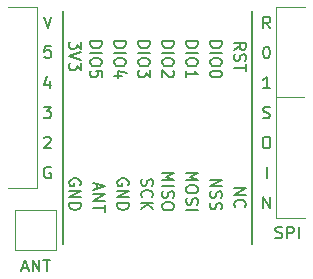
<source format=gto>
G04 #@! TF.GenerationSoftware,KiCad,Pcbnew,6.0.6*
G04 #@! TF.CreationDate,2022-07-10T21:03:59+02:00*
G04 #@! TF.ProjectId,radio_board,72616469-6f5f-4626-9f61-72642e6b6963,rev?*
G04 #@! TF.SameCoordinates,Original*
G04 #@! TF.FileFunction,Legend,Top*
G04 #@! TF.FilePolarity,Positive*
%FSLAX46Y46*%
G04 Gerber Fmt 4.6, Leading zero omitted, Abs format (unit mm)*
G04 Created by KiCad (PCBNEW 6.0.6) date 2022-07-10 21:03:59*
%MOMM*%
%LPD*%
G01*
G04 APERTURE LIST*
%ADD10C,0.150000*%
%ADD11C,0.120000*%
%ADD12R,3.000000X3.000000*%
%ADD13C,1.700000*%
%ADD14O,1.700000X1.700000*%
%ADD15R,1.000000X4.000000*%
G04 APERTURE END LIST*
D10*
X174400000Y-90480000D02*
X174400000Y-110230000D01*
X158400000Y-110230000D02*
X158400000Y-90480000D01*
X175981523Y-91948380D02*
X175648190Y-91472190D01*
X175410095Y-91948380D02*
X175410095Y-90948380D01*
X175791047Y-90948380D01*
X175886285Y-90996000D01*
X175933904Y-91043619D01*
X175981523Y-91138857D01*
X175981523Y-91281714D01*
X175933904Y-91376952D01*
X175886285Y-91424571D01*
X175791047Y-91472190D01*
X175410095Y-91472190D01*
X165107238Y-104688285D02*
X165059619Y-104831142D01*
X165059619Y-105069238D01*
X165107238Y-105164476D01*
X165154857Y-105212095D01*
X165250095Y-105259714D01*
X165345333Y-105259714D01*
X165440571Y-105212095D01*
X165488190Y-105164476D01*
X165535809Y-105069238D01*
X165583428Y-104878761D01*
X165631047Y-104783523D01*
X165678666Y-104735904D01*
X165773904Y-104688285D01*
X165869142Y-104688285D01*
X165964380Y-104735904D01*
X166012000Y-104783523D01*
X166059619Y-104878761D01*
X166059619Y-105116857D01*
X166012000Y-105259714D01*
X165154857Y-106259714D02*
X165107238Y-106212095D01*
X165059619Y-106069238D01*
X165059619Y-105974000D01*
X165107238Y-105831142D01*
X165202476Y-105735904D01*
X165297714Y-105688285D01*
X165488190Y-105640666D01*
X165631047Y-105640666D01*
X165821523Y-105688285D01*
X165916761Y-105735904D01*
X166012000Y-105831142D01*
X166059619Y-105974000D01*
X166059619Y-106069238D01*
X166012000Y-106212095D01*
X165964380Y-106259714D01*
X165059619Y-106688285D02*
X166059619Y-106688285D01*
X165059619Y-107259714D02*
X165631047Y-106831142D01*
X166059619Y-107259714D02*
X165488190Y-106688285D01*
X166837619Y-93044000D02*
X167837619Y-93044000D01*
X167837619Y-93282095D01*
X167790000Y-93424952D01*
X167694761Y-93520190D01*
X167599523Y-93567809D01*
X167409047Y-93615428D01*
X167266190Y-93615428D01*
X167075714Y-93567809D01*
X166980476Y-93520190D01*
X166885238Y-93424952D01*
X166837619Y-93282095D01*
X166837619Y-93044000D01*
X166837619Y-94044000D02*
X167837619Y-94044000D01*
X167837619Y-94710666D02*
X167837619Y-94901142D01*
X167790000Y-94996380D01*
X167694761Y-95091619D01*
X167504285Y-95139238D01*
X167170952Y-95139238D01*
X166980476Y-95091619D01*
X166885238Y-94996380D01*
X166837619Y-94901142D01*
X166837619Y-94710666D01*
X166885238Y-94615428D01*
X166980476Y-94520190D01*
X167170952Y-94472571D01*
X167504285Y-94472571D01*
X167694761Y-94520190D01*
X167790000Y-94615428D01*
X167837619Y-94710666D01*
X167742380Y-95520190D02*
X167790000Y-95567809D01*
X167837619Y-95663047D01*
X167837619Y-95901142D01*
X167790000Y-95996380D01*
X167742380Y-96044000D01*
X167647142Y-96091619D01*
X167551904Y-96091619D01*
X167409047Y-96044000D01*
X166837619Y-95472571D01*
X166837619Y-96091619D01*
X159916000Y-105212095D02*
X159963619Y-105116857D01*
X159963619Y-104974000D01*
X159916000Y-104831142D01*
X159820761Y-104735904D01*
X159725523Y-104688285D01*
X159535047Y-104640666D01*
X159392190Y-104640666D01*
X159201714Y-104688285D01*
X159106476Y-104735904D01*
X159011238Y-104831142D01*
X158963619Y-104974000D01*
X158963619Y-105069238D01*
X159011238Y-105212095D01*
X159058857Y-105259714D01*
X159392190Y-105259714D01*
X159392190Y-105069238D01*
X158963619Y-105688285D02*
X159963619Y-105688285D01*
X158963619Y-106259714D01*
X159963619Y-106259714D01*
X158963619Y-106735904D02*
X159963619Y-106735904D01*
X159963619Y-106974000D01*
X159916000Y-107116857D01*
X159820761Y-107212095D01*
X159725523Y-107259714D01*
X159535047Y-107307333D01*
X159392190Y-107307333D01*
X159201714Y-107259714D01*
X159106476Y-107212095D01*
X159011238Y-107116857D01*
X158963619Y-106974000D01*
X158963619Y-106735904D01*
X176426190Y-109680761D02*
X176569047Y-109728380D01*
X176807142Y-109728380D01*
X176902380Y-109680761D01*
X176950000Y-109633142D01*
X176997619Y-109537904D01*
X176997619Y-109442666D01*
X176950000Y-109347428D01*
X176902380Y-109299809D01*
X176807142Y-109252190D01*
X176616666Y-109204571D01*
X176521428Y-109156952D01*
X176473809Y-109109333D01*
X176426190Y-109014095D01*
X176426190Y-108918857D01*
X176473809Y-108823619D01*
X176521428Y-108776000D01*
X176616666Y-108728380D01*
X176854761Y-108728380D01*
X176997619Y-108776000D01*
X177426190Y-109728380D02*
X177426190Y-108728380D01*
X177807142Y-108728380D01*
X177902380Y-108776000D01*
X177950000Y-108823619D01*
X177997619Y-108918857D01*
X177997619Y-109061714D01*
X177950000Y-109156952D01*
X177902380Y-109204571D01*
X177807142Y-109252190D01*
X177426190Y-109252190D01*
X178426190Y-109728380D02*
X178426190Y-108728380D01*
X157320476Y-96361714D02*
X157320476Y-97028380D01*
X157082380Y-95980761D02*
X156844285Y-96695047D01*
X157463333Y-96695047D01*
X161281333Y-105085142D02*
X161281333Y-105561333D01*
X160995619Y-104989904D02*
X161995619Y-105323238D01*
X160995619Y-105656571D01*
X160995619Y-105989904D02*
X161995619Y-105989904D01*
X160995619Y-106561333D01*
X161995619Y-106561333D01*
X161995619Y-106894666D02*
X161995619Y-107466095D01*
X160995619Y-107180380D02*
X161995619Y-107180380D01*
X164805619Y-93044000D02*
X165805619Y-93044000D01*
X165805619Y-93282095D01*
X165758000Y-93424952D01*
X165662761Y-93520190D01*
X165567523Y-93567809D01*
X165377047Y-93615428D01*
X165234190Y-93615428D01*
X165043714Y-93567809D01*
X164948476Y-93520190D01*
X164853238Y-93424952D01*
X164805619Y-93282095D01*
X164805619Y-93044000D01*
X164805619Y-94044000D02*
X165805619Y-94044000D01*
X165805619Y-94710666D02*
X165805619Y-94901142D01*
X165758000Y-94996380D01*
X165662761Y-95091619D01*
X165472285Y-95139238D01*
X165138952Y-95139238D01*
X164948476Y-95091619D01*
X164853238Y-94996380D01*
X164805619Y-94901142D01*
X164805619Y-94710666D01*
X164853238Y-94615428D01*
X164948476Y-94520190D01*
X165138952Y-94472571D01*
X165472285Y-94472571D01*
X165662761Y-94520190D01*
X165758000Y-94615428D01*
X165805619Y-94710666D01*
X165805619Y-95472571D02*
X165805619Y-96091619D01*
X165424666Y-95758285D01*
X165424666Y-95901142D01*
X165377047Y-95996380D01*
X165329428Y-96044000D01*
X165234190Y-96091619D01*
X164996095Y-96091619D01*
X164900857Y-96044000D01*
X164853238Y-95996380D01*
X164805619Y-95901142D01*
X164805619Y-95615428D01*
X164853238Y-95520190D01*
X164900857Y-95472571D01*
X175624380Y-93488380D02*
X175719619Y-93488380D01*
X175814857Y-93536000D01*
X175862476Y-93583619D01*
X175910095Y-93678857D01*
X175957714Y-93869333D01*
X175957714Y-94107428D01*
X175910095Y-94297904D01*
X175862476Y-94393142D01*
X175814857Y-94440761D01*
X175719619Y-94488380D01*
X175624380Y-94488380D01*
X175529142Y-94440761D01*
X175481523Y-94393142D01*
X175433904Y-94297904D01*
X175386285Y-94107428D01*
X175386285Y-93869333D01*
X175433904Y-93678857D01*
X175481523Y-93583619D01*
X175529142Y-93536000D01*
X175624380Y-93488380D01*
X175386285Y-99520761D02*
X175529142Y-99568380D01*
X175767238Y-99568380D01*
X175862476Y-99520761D01*
X175910095Y-99473142D01*
X175957714Y-99377904D01*
X175957714Y-99282666D01*
X175910095Y-99187428D01*
X175862476Y-99139809D01*
X175767238Y-99092190D01*
X175576761Y-99044571D01*
X175481523Y-98996952D01*
X175433904Y-98949333D01*
X175386285Y-98854095D01*
X175386285Y-98758857D01*
X175433904Y-98663619D01*
X175481523Y-98616000D01*
X175576761Y-98568380D01*
X175814857Y-98568380D01*
X175957714Y-98616000D01*
X157388095Y-93432380D02*
X156911904Y-93432380D01*
X156864285Y-93908571D01*
X156911904Y-93860952D01*
X157007142Y-93813333D01*
X157245238Y-93813333D01*
X157340476Y-93860952D01*
X157388095Y-93908571D01*
X157435714Y-94003809D01*
X157435714Y-94241904D01*
X157388095Y-94337142D01*
X157340476Y-94384761D01*
X157245238Y-94432380D01*
X157007142Y-94432380D01*
X156911904Y-94384761D01*
X156864285Y-94337142D01*
X170901619Y-93044000D02*
X171901619Y-93044000D01*
X171901619Y-93282095D01*
X171854000Y-93424952D01*
X171758761Y-93520190D01*
X171663523Y-93567809D01*
X171473047Y-93615428D01*
X171330190Y-93615428D01*
X171139714Y-93567809D01*
X171044476Y-93520190D01*
X170949238Y-93424952D01*
X170901619Y-93282095D01*
X170901619Y-93044000D01*
X170901619Y-94044000D02*
X171901619Y-94044000D01*
X171901619Y-94710666D02*
X171901619Y-94901142D01*
X171854000Y-94996380D01*
X171758761Y-95091619D01*
X171568285Y-95139238D01*
X171234952Y-95139238D01*
X171044476Y-95091619D01*
X170949238Y-94996380D01*
X170901619Y-94901142D01*
X170901619Y-94710666D01*
X170949238Y-94615428D01*
X171044476Y-94520190D01*
X171234952Y-94472571D01*
X171568285Y-94472571D01*
X171758761Y-94520190D01*
X171854000Y-94615428D01*
X171901619Y-94710666D01*
X171901619Y-95758285D02*
X171901619Y-95853523D01*
X171854000Y-95948761D01*
X171806380Y-95996380D01*
X171711142Y-96044000D01*
X171520666Y-96091619D01*
X171282571Y-96091619D01*
X171092095Y-96044000D01*
X170996857Y-95996380D01*
X170949238Y-95948761D01*
X170901619Y-95853523D01*
X170901619Y-95758285D01*
X170949238Y-95663047D01*
X170996857Y-95615428D01*
X171092095Y-95567809D01*
X171282571Y-95520190D01*
X171520666Y-95520190D01*
X171711142Y-95567809D01*
X171806380Y-95615428D01*
X171854000Y-95663047D01*
X171901619Y-95758285D01*
X175957714Y-97028380D02*
X175386285Y-97028380D01*
X175672000Y-97028380D02*
X175672000Y-96028380D01*
X175576761Y-96171238D01*
X175481523Y-96266476D01*
X175386285Y-96314095D01*
X170901619Y-104735904D02*
X171901619Y-104735904D01*
X170901619Y-105307333D01*
X171901619Y-105307333D01*
X170949238Y-105735904D02*
X170901619Y-105878761D01*
X170901619Y-106116857D01*
X170949238Y-106212095D01*
X170996857Y-106259714D01*
X171092095Y-106307333D01*
X171187333Y-106307333D01*
X171282571Y-106259714D01*
X171330190Y-106212095D01*
X171377809Y-106116857D01*
X171425428Y-105926380D01*
X171473047Y-105831142D01*
X171520666Y-105783523D01*
X171615904Y-105735904D01*
X171711142Y-105735904D01*
X171806380Y-105783523D01*
X171854000Y-105831142D01*
X171901619Y-105926380D01*
X171901619Y-106164476D01*
X171854000Y-106307333D01*
X170949238Y-106688285D02*
X170901619Y-106831142D01*
X170901619Y-107069238D01*
X170949238Y-107164476D01*
X170996857Y-107212095D01*
X171092095Y-107259714D01*
X171187333Y-107259714D01*
X171282571Y-107212095D01*
X171330190Y-107164476D01*
X171377809Y-107069238D01*
X171425428Y-106878761D01*
X171473047Y-106783523D01*
X171520666Y-106735904D01*
X171615904Y-106688285D01*
X171711142Y-106688285D01*
X171806380Y-106735904D01*
X171854000Y-106783523D01*
X171901619Y-106878761D01*
X171901619Y-107116857D01*
X171854000Y-107259714D01*
X156844285Y-101203619D02*
X156891904Y-101156000D01*
X156987142Y-101108380D01*
X157225238Y-101108380D01*
X157320476Y-101156000D01*
X157368095Y-101203619D01*
X157415714Y-101298857D01*
X157415714Y-101394095D01*
X157368095Y-101536952D01*
X156796666Y-102108380D01*
X157415714Y-102108380D01*
X160741619Y-93044000D02*
X161741619Y-93044000D01*
X161741619Y-93282095D01*
X161694000Y-93424952D01*
X161598761Y-93520190D01*
X161503523Y-93567809D01*
X161313047Y-93615428D01*
X161170190Y-93615428D01*
X160979714Y-93567809D01*
X160884476Y-93520190D01*
X160789238Y-93424952D01*
X160741619Y-93282095D01*
X160741619Y-93044000D01*
X160741619Y-94044000D02*
X161741619Y-94044000D01*
X161741619Y-94710666D02*
X161741619Y-94901142D01*
X161694000Y-94996380D01*
X161598761Y-95091619D01*
X161408285Y-95139238D01*
X161074952Y-95139238D01*
X160884476Y-95091619D01*
X160789238Y-94996380D01*
X160741619Y-94901142D01*
X160741619Y-94710666D01*
X160789238Y-94615428D01*
X160884476Y-94520190D01*
X161074952Y-94472571D01*
X161408285Y-94472571D01*
X161598761Y-94520190D01*
X161694000Y-94615428D01*
X161741619Y-94710666D01*
X161741619Y-96044000D02*
X161741619Y-95567809D01*
X161265428Y-95520190D01*
X161313047Y-95567809D01*
X161360666Y-95663047D01*
X161360666Y-95901142D01*
X161313047Y-95996380D01*
X161265428Y-96044000D01*
X161170190Y-96091619D01*
X160932095Y-96091619D01*
X160836857Y-96044000D01*
X160789238Y-95996380D01*
X160741619Y-95901142D01*
X160741619Y-95663047D01*
X160789238Y-95567809D01*
X160836857Y-95520190D01*
X168869619Y-104148571D02*
X169869619Y-104148571D01*
X169155333Y-104481904D01*
X169869619Y-104815238D01*
X168869619Y-104815238D01*
X169869619Y-105481904D02*
X169869619Y-105672380D01*
X169822000Y-105767619D01*
X169726761Y-105862857D01*
X169536285Y-105910476D01*
X169202952Y-105910476D01*
X169012476Y-105862857D01*
X168917238Y-105767619D01*
X168869619Y-105672380D01*
X168869619Y-105481904D01*
X168917238Y-105386666D01*
X169012476Y-105291428D01*
X169202952Y-105243809D01*
X169536285Y-105243809D01*
X169726761Y-105291428D01*
X169822000Y-105386666D01*
X169869619Y-105481904D01*
X168917238Y-106291428D02*
X168869619Y-106434285D01*
X168869619Y-106672380D01*
X168917238Y-106767619D01*
X168964857Y-106815238D01*
X169060095Y-106862857D01*
X169155333Y-106862857D01*
X169250571Y-106815238D01*
X169298190Y-106767619D01*
X169345809Y-106672380D01*
X169393428Y-106481904D01*
X169441047Y-106386666D01*
X169488666Y-106339047D01*
X169583904Y-106291428D01*
X169679142Y-106291428D01*
X169774380Y-106339047D01*
X169822000Y-106386666D01*
X169869619Y-106481904D01*
X169869619Y-106720000D01*
X169822000Y-106862857D01*
X168869619Y-107291428D02*
X169869619Y-107291428D01*
X166837619Y-104148571D02*
X167837619Y-104148571D01*
X167123333Y-104481904D01*
X167837619Y-104815238D01*
X166837619Y-104815238D01*
X166837619Y-105291428D02*
X167837619Y-105291428D01*
X166885238Y-105720000D02*
X166837619Y-105862857D01*
X166837619Y-106100952D01*
X166885238Y-106196190D01*
X166932857Y-106243809D01*
X167028095Y-106291428D01*
X167123333Y-106291428D01*
X167218571Y-106243809D01*
X167266190Y-106196190D01*
X167313809Y-106100952D01*
X167361428Y-105910476D01*
X167409047Y-105815238D01*
X167456666Y-105767619D01*
X167551904Y-105720000D01*
X167647142Y-105720000D01*
X167742380Y-105767619D01*
X167790000Y-105815238D01*
X167837619Y-105910476D01*
X167837619Y-106148571D01*
X167790000Y-106291428D01*
X167837619Y-106910476D02*
X167837619Y-107100952D01*
X167790000Y-107196190D01*
X167694761Y-107291428D01*
X167504285Y-107339047D01*
X167170952Y-107339047D01*
X166980476Y-107291428D01*
X166885238Y-107196190D01*
X166837619Y-107100952D01*
X166837619Y-106910476D01*
X166885238Y-106815238D01*
X166980476Y-106720000D01*
X167170952Y-106672380D01*
X167504285Y-106672380D01*
X167694761Y-106720000D01*
X167790000Y-106815238D01*
X167837619Y-106910476D01*
X154971142Y-112236666D02*
X155447333Y-112236666D01*
X154875904Y-112522380D02*
X155209238Y-111522380D01*
X155542571Y-112522380D01*
X155875904Y-112522380D02*
X155875904Y-111522380D01*
X156447333Y-112522380D01*
X156447333Y-111522380D01*
X156780666Y-111522380D02*
X157352095Y-111522380D01*
X157066380Y-112522380D02*
X157066380Y-111522380D01*
X159963619Y-93051904D02*
X159963619Y-93670952D01*
X159582666Y-93337619D01*
X159582666Y-93480476D01*
X159535047Y-93575714D01*
X159487428Y-93623333D01*
X159392190Y-93670952D01*
X159154095Y-93670952D01*
X159058857Y-93623333D01*
X159011238Y-93575714D01*
X158963619Y-93480476D01*
X158963619Y-93194761D01*
X159011238Y-93099523D01*
X159058857Y-93051904D01*
X159963619Y-93956666D02*
X158963619Y-94290000D01*
X159963619Y-94623333D01*
X159963619Y-94861428D02*
X159963619Y-95480476D01*
X159582666Y-95147142D01*
X159582666Y-95290000D01*
X159535047Y-95385238D01*
X159487428Y-95432857D01*
X159392190Y-95480476D01*
X159154095Y-95480476D01*
X159058857Y-95432857D01*
X159011238Y-95385238D01*
X158963619Y-95290000D01*
X158963619Y-95004285D01*
X159011238Y-94909047D01*
X159058857Y-94861428D01*
X168869619Y-93044000D02*
X169869619Y-93044000D01*
X169869619Y-93282095D01*
X169822000Y-93424952D01*
X169726761Y-93520190D01*
X169631523Y-93567809D01*
X169441047Y-93615428D01*
X169298190Y-93615428D01*
X169107714Y-93567809D01*
X169012476Y-93520190D01*
X168917238Y-93424952D01*
X168869619Y-93282095D01*
X168869619Y-93044000D01*
X168869619Y-94044000D02*
X169869619Y-94044000D01*
X169869619Y-94710666D02*
X169869619Y-94901142D01*
X169822000Y-94996380D01*
X169726761Y-95091619D01*
X169536285Y-95139238D01*
X169202952Y-95139238D01*
X169012476Y-95091619D01*
X168917238Y-94996380D01*
X168869619Y-94901142D01*
X168869619Y-94710666D01*
X168917238Y-94615428D01*
X169012476Y-94520190D01*
X169202952Y-94472571D01*
X169536285Y-94472571D01*
X169726761Y-94520190D01*
X169822000Y-94615428D01*
X169869619Y-94710666D01*
X168869619Y-96091619D02*
X168869619Y-95520190D01*
X168869619Y-95805904D02*
X169869619Y-95805904D01*
X169726761Y-95710666D01*
X169631523Y-95615428D01*
X169583904Y-95520190D01*
X157391904Y-103696000D02*
X157296666Y-103648380D01*
X157153809Y-103648380D01*
X157010952Y-103696000D01*
X156915714Y-103791238D01*
X156868095Y-103886476D01*
X156820476Y-104076952D01*
X156820476Y-104219809D01*
X156868095Y-104410285D01*
X156915714Y-104505523D01*
X157010952Y-104600761D01*
X157153809Y-104648380D01*
X157249047Y-104648380D01*
X157391904Y-104600761D01*
X157439523Y-104553142D01*
X157439523Y-104219809D01*
X157249047Y-104219809D01*
X172933619Y-93742380D02*
X173409809Y-93409047D01*
X172933619Y-93170952D02*
X173933619Y-93170952D01*
X173933619Y-93551904D01*
X173886000Y-93647142D01*
X173838380Y-93694761D01*
X173743142Y-93742380D01*
X173600285Y-93742380D01*
X173505047Y-93694761D01*
X173457428Y-93647142D01*
X173409809Y-93551904D01*
X173409809Y-93170952D01*
X172981238Y-94123333D02*
X172933619Y-94266190D01*
X172933619Y-94504285D01*
X172981238Y-94599523D01*
X173028857Y-94647142D01*
X173124095Y-94694761D01*
X173219333Y-94694761D01*
X173314571Y-94647142D01*
X173362190Y-94599523D01*
X173409809Y-94504285D01*
X173457428Y-94313809D01*
X173505047Y-94218571D01*
X173552666Y-94170952D01*
X173647904Y-94123333D01*
X173743142Y-94123333D01*
X173838380Y-94170952D01*
X173886000Y-94218571D01*
X173933619Y-94313809D01*
X173933619Y-94551904D01*
X173886000Y-94694761D01*
X173933619Y-94980476D02*
X173933619Y-95551904D01*
X172933619Y-95266190D02*
X173933619Y-95266190D01*
X162773619Y-93044000D02*
X163773619Y-93044000D01*
X163773619Y-93282095D01*
X163726000Y-93424952D01*
X163630761Y-93520190D01*
X163535523Y-93567809D01*
X163345047Y-93615428D01*
X163202190Y-93615428D01*
X163011714Y-93567809D01*
X162916476Y-93520190D01*
X162821238Y-93424952D01*
X162773619Y-93282095D01*
X162773619Y-93044000D01*
X162773619Y-94044000D02*
X163773619Y-94044000D01*
X163773619Y-94710666D02*
X163773619Y-94901142D01*
X163726000Y-94996380D01*
X163630761Y-95091619D01*
X163440285Y-95139238D01*
X163106952Y-95139238D01*
X162916476Y-95091619D01*
X162821238Y-94996380D01*
X162773619Y-94901142D01*
X162773619Y-94710666D01*
X162821238Y-94615428D01*
X162916476Y-94520190D01*
X163106952Y-94472571D01*
X163440285Y-94472571D01*
X163630761Y-94520190D01*
X163726000Y-94615428D01*
X163773619Y-94710666D01*
X163440285Y-95996380D02*
X162773619Y-95996380D01*
X163821238Y-95758285D02*
X163106952Y-95520190D01*
X163106952Y-96139238D01*
X156796666Y-90948380D02*
X157130000Y-91948380D01*
X157463333Y-90948380D01*
X172933619Y-105442285D02*
X173933619Y-105442285D01*
X172933619Y-106013714D01*
X173933619Y-106013714D01*
X173028857Y-107061333D02*
X172981238Y-107013714D01*
X172933619Y-106870857D01*
X172933619Y-106775619D01*
X172981238Y-106632761D01*
X173076476Y-106537523D01*
X173171714Y-106489904D01*
X173362190Y-106442285D01*
X173505047Y-106442285D01*
X173695523Y-106489904D01*
X173790761Y-106537523D01*
X173886000Y-106632761D01*
X173933619Y-106775619D01*
X173933619Y-106870857D01*
X173886000Y-107013714D01*
X173838380Y-107061333D01*
X175386285Y-107188380D02*
X175386285Y-106188380D01*
X175957714Y-107188380D01*
X175957714Y-106188380D01*
X175672000Y-104648380D02*
X175672000Y-103648380D01*
X156796666Y-98568380D02*
X157415714Y-98568380D01*
X157082380Y-98949333D01*
X157225238Y-98949333D01*
X157320476Y-98996952D01*
X157368095Y-99044571D01*
X157415714Y-99139809D01*
X157415714Y-99377904D01*
X157368095Y-99473142D01*
X157320476Y-99520761D01*
X157225238Y-99568380D01*
X156939523Y-99568380D01*
X156844285Y-99520761D01*
X156796666Y-99473142D01*
X163980000Y-105212095D02*
X164027619Y-105116857D01*
X164027619Y-104974000D01*
X163980000Y-104831142D01*
X163884761Y-104735904D01*
X163789523Y-104688285D01*
X163599047Y-104640666D01*
X163456190Y-104640666D01*
X163265714Y-104688285D01*
X163170476Y-104735904D01*
X163075238Y-104831142D01*
X163027619Y-104974000D01*
X163027619Y-105069238D01*
X163075238Y-105212095D01*
X163122857Y-105259714D01*
X163456190Y-105259714D01*
X163456190Y-105069238D01*
X163027619Y-105688285D02*
X164027619Y-105688285D01*
X163027619Y-106259714D01*
X164027619Y-106259714D01*
X163027619Y-106735904D02*
X164027619Y-106735904D01*
X164027619Y-106974000D01*
X163980000Y-107116857D01*
X163884761Y-107212095D01*
X163789523Y-107259714D01*
X163599047Y-107307333D01*
X163456190Y-107307333D01*
X163265714Y-107259714D01*
X163170476Y-107212095D01*
X163075238Y-107116857D01*
X163027619Y-106974000D01*
X163027619Y-106735904D01*
X175576761Y-101108380D02*
X175767238Y-101108380D01*
X175862476Y-101156000D01*
X175957714Y-101251238D01*
X176005333Y-101441714D01*
X176005333Y-101775047D01*
X175957714Y-101965523D01*
X175862476Y-102060761D01*
X175767238Y-102108380D01*
X175576761Y-102108380D01*
X175481523Y-102060761D01*
X175386285Y-101965523D01*
X175338666Y-101775047D01*
X175338666Y-101441714D01*
X175386285Y-101251238D01*
X175481523Y-101156000D01*
X175576761Y-101108380D01*
D11*
X157814000Y-107322000D02*
X157814000Y-110722000D01*
X157814000Y-110722000D02*
X154414000Y-110722000D01*
X154414000Y-110722000D02*
X154414000Y-107322000D01*
X154414000Y-107322000D02*
X157814000Y-107322000D01*
X156270000Y-90170000D02*
X156270000Y-105470000D01*
X153822400Y-105470000D02*
X156270000Y-105470000D01*
X153797000Y-90170000D02*
X156270000Y-90170000D01*
X176470000Y-90170000D02*
X178917600Y-90170000D01*
X176470000Y-97790000D02*
X178866800Y-97790000D01*
X176470000Y-108010000D02*
X178892200Y-108010000D01*
X176470000Y-90170000D02*
X176470000Y-108010000D01*
%LPC*%
D12*
X156114000Y-109022000D03*
D13*
X154940000Y-91440000D03*
D14*
X154940000Y-93980000D03*
X154940000Y-96520000D03*
X154940000Y-99060000D03*
X154940000Y-101600000D03*
X154940000Y-104140000D03*
D13*
X177800000Y-91440000D03*
D14*
X177800000Y-93980000D03*
X177800000Y-96520000D03*
X177800000Y-99060000D03*
X177800000Y-101600000D03*
X177800000Y-104140000D03*
X177800000Y-106680000D03*
D15*
X169370000Y-110180000D03*
X165370000Y-110180000D03*
X173370000Y-110180000D03*
X161370000Y-110180000D03*
X167370000Y-110180000D03*
X171370000Y-110180000D03*
X167370000Y-90480000D03*
X159370000Y-90480000D03*
X169370000Y-90480000D03*
X171370000Y-90480000D03*
X159370000Y-110180000D03*
X165370000Y-90480000D03*
X163370000Y-110180000D03*
X161370000Y-90480000D03*
X163370000Y-90480000D03*
X173370000Y-90480000D03*
M02*

</source>
